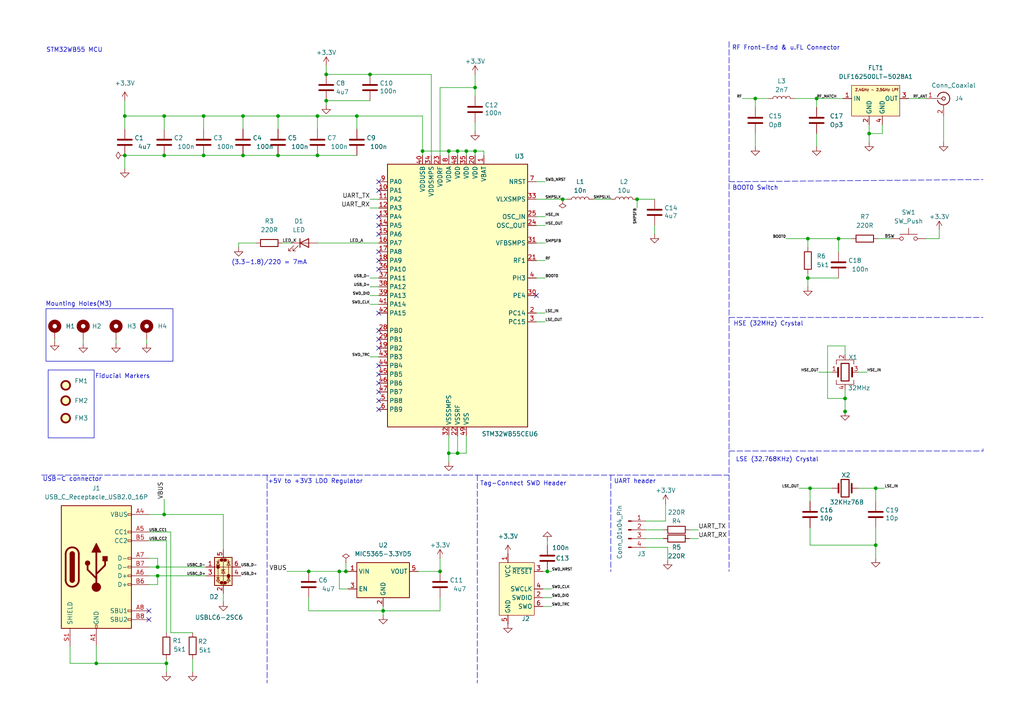
<source format=kicad_sch>
(kicad_sch (version 20250114) (generator "eeschema") (generator_version "9.0")
  (paper "A4")
  (title_block (title "STM32WB Board"))
  (lib_symbols
    (symbol "Connector:Conn_01x04_Pin" (pin_names (offset 1.016) (hide yes))
      (property "Reference" "J" (at 0 5.08 0))
      (property "Value" "Conn_01x04_Pin" (at 0 -7.62 0))
      (symbol "Conn_01x04_Pin_1_1"
        (pin passive line (at 5.08 2.54 180) (length 3.81) (name "Pin_1") (number "1"))
        (pin passive line (at 5.08 0 180) (length 3.81) (name "Pin_2") (number "2"))
        (pin passive line (at 5.08 -2.54 180) (length 3.81) (name "Pin_3") (number "3"))
        (pin passive line (at 5.08 -5.08 180) (length 3.81) (name "Pin_4") (number "4"))
      )
    )
    (symbol "Connector:Conn_ARM_SWD_TagConnect_TC2030" (in_bom no)
      (property "Reference" "J" (at 2.54 11.43 0))
      (property "Value" "Conn_ARM_SWD_TagConnect_TC2030" (at 5.08 8.89 0))
      (symbol "Conn_ARM_SWD_TagConnect_TC2030_0_0"
        (pin power_in line (at -2.54 10.16 270) (length 2.54) (name "VCC") (number "1"))
        (pin power_in line (at -2.54 -10.16 90) (length 2.54) (name "GND") (number "5"))
        (pin open_collector line (at 7.62 5.08 180) (length 2.54) (name "~{RESET}") (number "3"))
        (pin output line (at 7.62 0 180) (length 2.54) (name "SWCLK") (number "4"))
        (pin bidirectional line (at 7.62 -2.54 180) (length 2.54) (name "SWDIO") (number "2"))
        (pin input line (at 7.62 -5.08 180) (length 2.54) (name "SWO") (number "6"))
      )
    )
    (symbol "Connector:Conn_Coaxial" (pin_names (offset 1.016) (hide yes))
      (property "Reference" "J" (at 0.254 3.048 0))
      (property "Value" "Conn_Coaxial" (at 2.921 0 90))
      (symbol "Conn_Coaxial_1_1"
        (pin passive line (at -5.08 0 0) (length 2.54) (name "In") (number "1"))
        (pin passive line (at 0 -5.08 90) (length 2.54) (name "Ext") (number "2"))
      )
    )
    (symbol "Connector:USB_C_Receptacle_USB2.0_16P" (pin_names (offset 1.016))
      (property "Reference" "J" (at 0 22.225 0))
      (property "Value" "USB_C_Receptacle_USB2.0_16P" (at 0 19.685 0))
      (symbol "USB_C_Receptacle_USB2.0_16P_1_1"
        (pin passive line (at -7.62 -22.86 90) (length 5.08) (name "SHIELD") (number "S1"))
        (pin passive line (at 0 -22.86 90) (length 5.08) (name "GND") (number "A1"))
        (pin passive line (at 0 -22.86 90) (length 5.08) (hide yes) (name "GND") (number "A12"))
        (pin passive line (at 0 -22.86 90) (length 5.08) (hide yes) (name "GND") (number "B1"))
        (pin passive line (at 0 -22.86 90) (length 5.08) (hide yes) (name "GND") (number "B12"))
        (pin passive line (at 15.24 15.24 180) (length 5.08) (name "VBUS") (number "A4"))
        (pin passive line (at 15.24 15.24 180) (length 5.08) (hide yes) (name "VBUS") (number "A9"))
        (pin passive line (at 15.24 15.24 180) (length 5.08) (hide yes) (name "VBUS") (number "B4"))
        (pin passive line (at 15.24 15.24 180) (length 5.08) (hide yes) (name "VBUS") (number "B9"))
        (pin bidirectional line (at 15.24 10.16 180) (length 5.08) (name "CC1") (number "A5"))
        (pin bidirectional line (at 15.24 7.62 180) (length 5.08) (name "CC2") (number "B5"))
        (pin bidirectional line (at 15.24 2.54 180) (length 5.08) (name "D-") (number "A7"))
        (pin bidirectional line (at 15.24 0 180) (length 5.08) (name "D-") (number "B7"))
        (pin bidirectional line (at 15.24 -2.54 180) (length 5.08) (name "D+") (number "A6"))
        (pin bidirectional line (at 15.24 -5.08 180) (length 5.08) (name "D+") (number "B6"))
        (pin bidirectional line (at 15.24 -12.7 180) (length 5.08) (name "SBU1") (number "A8"))
        (pin bidirectional line (at 15.24 -15.24 180) (length 5.08) (name "SBU2") (number "B8"))
      )
    )
    (symbol "Device:C" (pin_numbers (hide yes)) (pin_names (offset 0.254))
      (property "Reference" "C" (at 0.635 2.54 0))
      (property "Value" "C" (at 0.635 -2.54 0))
      (symbol "C_1_1"
        (pin passive line (at 0 3.81 270) (length 2.794) (name "~") (number "1"))
        (pin passive line (at 0 -3.81 90) (length 2.794) (name "~") (number "2"))
      )
    )
    (symbol "Device:Crystal" (pin_numbers (hide yes)) (pin_names (offset 1.016) (hide yes))
      (property "Reference" "Y" (at 0 3.81 0))
      (property "Value" "Crystal" (at 0 -3.81 0))
      (symbol "Crystal_1_1"
        (pin passive line (at -3.81 0 0) (length 1.27) (name "1") (number "1"))
        (pin passive line (at 3.81 0 180) (length 1.27) (name "2") (number "2"))
      )
    )
    (symbol "Device:Crystal_GND24" (pin_names (offset 1.016) (hide yes))
      (property "Reference" "Y" (at 3.175 5.08 0))
      (property "Value" "Crystal_GND24" (at 3.175 3.175 0))
      (symbol "Crystal_GND24_1_1"
        (pin passive line (at -3.81 0 0) (length 1.27) (name "1") (number "1"))
        (pin passive line (at 0 5.08 270) (length 1.27) (name "2") (number "2"))
        (pin passive line (at 0 -5.08 90) (length 1.27) (name "4") (number "4"))
        (pin passive line (at 3.81 0 180) (length 1.27) (name "3") (number "3"))
      )
    )
    (symbol "Device:L" (pin_numbers (hide yes)) (pin_names (offset 1.016) (hide yes))
      (property "Reference" "L" (at -1.27 0 90))
      (property "Value" "L" (at 1.905 0 90))
      (symbol "L_1_1"
        (pin passive line (at 0 3.81 270) (length 1.27) (name "1") (number "1"))
        (pin passive line (at 0 -3.81 90) (length 1.27) (name "2") (number "2"))
      )
    )
    (symbol "Device:LED" (pin_numbers (hide yes)) (pin_names (offset 1.016) (hide yes))
      (property "Reference" "D" (at 0 2.54 0))
      (property "Value" "LED" (at 0 -2.54 0))
      (symbol "LED_1_1"
        (pin passive line (at -3.81 0 0) (length 2.54) (name "K") (number "1"))
        (pin passive line (at 3.81 0 180) (length 2.54) (name "A") (number "2"))
      )
    )
    (symbol "Device:R" (pin_numbers (hide yes)) (pin_names (offset 0))
      (property "Reference" "R" (at 2.032 0 90))
      (property "Value" "R" (at 0 0 90))
      (symbol "R_1_1"
        (pin passive line (at 0 3.81 270) (length 1.27) (name "~") (number "1"))
        (pin passive line (at 0 -3.81 90) (length 1.27) (name "~") (number "2"))
      )
    )
    (symbol "MCU_ST_STM32WB:STM32WB55CEUx"
      (property "Reference" "U" (at -20.32 39.37 0))
      (property "Value" "STM32WB55CEUx" (at 12.7 39.37 0))
      (symbol "STM32WB55CEUx_1_1"
        (pin input line (at -22.86 33.02 0) (length 2.54) (name "NRST") (number "7"))
        (pin power_in line (at -22.86 27.94 0) (length 2.54) (name "VLXSMPS") (number "33"))
        (pin input line (at -22.86 22.86 0) (length 2.54) (name "OSC_IN") (number "25"))
        (pin input line (at -22.86 20.32 0) (length 2.54) (name "OSC_OUT") (number "24"))
        (pin input line (at -22.86 15.24 0) (length 2.54) (name "VFBSMPS") (number "31"))
        (pin bidirectional line (at -22.86 10.16 0) (length 2.54) (name "RF1") (number "21"))
        (pin bidirectional line (at -22.86 5.08 0) (length 2.54) (name "PH3") (number "4"))
        (pin bidirectional line (at -22.86 0 0) (length 2.54) (name "PE4") (number "30"))
        (pin bidirectional line (at -22.86 -5.08 0) (length 2.54) (name "PC14") (number "2"))
        (pin bidirectional line (at -22.86 -7.62 0) (length 2.54) (name "PC15") (number "3"))
        (pin no_connect line (at -20.32 -35.56 0) (length 2.54) (hide yes) (name "AT1") (number "27"))
        (pin no_connect line (at -20.32 -38.1 0) (length 2.54) (hide yes) (name "AT0") (number "26"))
        (pin power_in line (at -7.62 40.64 270) (length 2.54) (name "VBAT") (number "1"))
        (pin power_in line (at -5.08 40.64 270) (length 2.54) (name "VDD") (number "20"))
        (pin power_in line (at -2.54 40.64 270) (length 2.54) (name "VDD") (number "35"))
        (pin power_in line (at -2.54 -40.64 90) (length 2.54) (name "VSS") (number "49"))
        (pin power_in line (at 0 40.64 270) (length 2.54) (name "VDD") (number "48"))
        (pin power_in line (at 0 -40.64 90) (length 2.54) (name "VSSRF") (number "22"))
        (pin power_in line (at 2.54 40.64 270) (length 2.54) (name "VDDA") (number "8"))
        (pin power_in line (at 2.54 -40.64 90) (length 2.54) (name "VSSSMPS") (number "32"))
        (pin power_in line (at 5.08 40.64 270) (length 2.54) (name "VDDRF") (number "23"))
        (pin power_in line (at 7.62 40.64 270) (length 2.54) (name "VDDSMPS") (number "34"))
        (pin power_in line (at 10.16 40.64 270) (length 2.54) (name "VDDUSB") (number "40"))
        (pin bidirectional line (at 22.86 33.02 180) (length 2.54) (name "PA0") (number "9"))
        (pin bidirectional line (at 22.86 30.48 180) (length 2.54) (name "PA1") (number "10"))
        (pin bidirectional line (at 22.86 27.94 180) (length 2.54) (name "PA2") (number "11"))
        (pin bidirectional line (at 22.86 25.4 180) (length 2.54) (name "PA3") (number "12"))
        (pin bidirectional line (at 22.86 22.86 180) (length 2.54) (name "PA4") (number "13"))
        (pin bidirectional line (at 22.86 20.32 180) (length 2.54) (name "PA5") (number "14"))
        (pin bidirectional line (at 22.86 17.78 180) (length 2.54) (name "PA6") (number "15"))
        (pin bidirectional line (at 22.86 15.24 180) (length 2.54) (name "PA7") (number "16"))
        (pin bidirectional line (at 22.86 12.7 180) (length 2.54) (name "PA8") (number "17"))
        (pin bidirectional line (at 22.86 10.16 180) (length 2.54) (name "PA9") (number "18"))
        (pin bidirectional line (at 22.86 7.62 180) (length 2.54) (name "PA10") (number "36"))
        (pin bidirectional line (at 22.86 5.08 180) (length 2.54) (name "PA11") (number "37"))
        (pin bidirectional line (at 22.86 2.54 180) (length 2.54) (name "PA12") (number "38"))
        (pin bidirectional line (at 22.86 0 180) (length 2.54) (name "PA13") (number "39"))
        (pin bidirectional line (at 22.86 -2.54 180) (length 2.54) (name "PA14") (number "41"))
        (pin bidirectional line (at 22.86 -5.08 180) (length 2.54) (name "PA15") (number "42"))
        (pin bidirectional line (at 22.86 -10.16 180) (length 2.54) (name "PB0") (number "28"))
        (pin bidirectional line (at 22.86 -12.7 180) (length 2.54) (name "PB1") (number "29"))
        (pin bidirectional line (at 22.86 -15.24 180) (length 2.54) (name "PB2") (number "19"))
        (pin bidirectional line (at 22.86 -17.78 180) (length 2.54) (name "PB3") (number "43"))
        (pin bidirectional line (at 22.86 -20.32 180) (length 2.54) (name "PB4") (number "44"))
        (pin bidirectional line (at 22.86 -22.86 180) (length 2.54) (name "PB5") (number "45"))
        (pin bidirectional line (at 22.86 -25.4 180) (length 2.54) (name "PB6") (number "46"))
        (pin bidirectional line (at 22.86 -27.94 180) (length 2.54) (name "PB7") (number "47"))
        (pin bidirectional line (at 22.86 -30.48 180) (length 2.54) (name "PB8") (number "5"))
        (pin bidirectional line (at 22.86 -33.02 180) (length 2.54) (name "PB9") (number "6"))
      )
    )
    (symbol "Mechanical:Fiducial" (in_bom no)
      (property "Reference" "FID" (at 0 5.08 0))
      (property "Value" "Fiducial" (at 0 3.175 0))
    )
    (symbol "Mechanical:MountingHole_Pad" (pin_numbers (hide yes)) (pin_names (offset 1.016) (hide yes)) (in_bom no)
      (property "Reference" "H" (at 0 6.35 0))
      (property "Value" "MountingHole_Pad" (at 0 4.445 0))
      (symbol "MountingHole_Pad_1_1"
        (pin input line (at 0 -2.54 90) (length 2.54) (name "1") (number "1"))
      )
    )
    (symbol "Power_Protection:USBLC6-2SC6" (pin_names (hide yes))
      (property "Reference" "U" (at 0.635 5.715 0))
      (property "Value" "USBLC6-2SC6" (at 0.635 3.81 0))
      (symbol "USBLC6-2SC6_1_1"
        (pin passive line (at -5.08 0 0) (length 2.54) (name "I/O1") (number "1"))
        (pin passive line (at -5.08 -2.54 0) (length 2.54) (name "I/O2") (number "3"))
        (pin passive line (at 0 5.08 270) (length 2.54) (name "VBUS") (number "5"))
        (pin passive line (at 0 -7.62 90) (length 2.54) (name "GND") (number "2"))
        (pin passive line (at 5.08 0 180) (length 2.54) (name "I/O1") (number "6"))
        (pin passive line (at 5.08 -2.54 180) (length 2.54) (name "I/O2") (number "4"))
      )
    )
    (symbol "Regulator_Linear:MIC5365-3.3YD5"
      (property "Reference" "U" (at -7.62 6.35 0))
      (property "Value" "MIC5365-3.3YD5" (at 0 6.35 0))
      (symbol "MIC5365-3.3YD5_1_1"
        (pin power_in line (at -10.16 2.54 0) (length 2.54) (name "VIN") (number "1"))
        (pin input line (at -10.16 -2.54 0) (length 2.54) (name "EN") (number "3"))
        (pin power_in line (at 0 -7.62 90) (length 2.54) (name "GND") (number "2"))
        (pin no_connect line (at 7.62 -2.54 180) (length 2.54) (hide yes) (name "NC") (number "4"))
        (pin power_out line (at 10.16 2.54 180) (length 2.54) (name "VOUT") (number "5"))
      )
    )
    (symbol "Switch:SW_Push" (pin_numbers (hide yes)) (pin_names (offset 1.016) (hide yes))
      (property "Reference" "SW" (at 1.27 2.54 0))
      (property "Value" "SW_Push" (at 0 -1.524 0))
      (symbol "SW_Push_0_1"
        (pin passive line (at -5.08 0 0) (length 2.54) (name "1") (number "1"))
        (pin passive line (at 5.08 0 180) (length 2.54) (name "2") (number "2"))
      )
    )
    (symbol "bluetoothLib:DLF162500LT-5028A1"
      (property "Reference" "FLT" (at 0.508 3.81 0))
      (property "Value" "DLF162500LT-5028A1" (at 0 0 0))
      (property "Footprint" "stm32withBluetoothFootprint:DLF162500LT-5028A1" (at 0 0 0))
      (symbol "DLF162500LT-5028A1_1_0"
        (pin passive line (at -8.89 -1.27 0) (length 2.54) (name "IN") (number "1"))
        (pin passive line (at -1.27 -8.89 90) (length 2.54) (name "GND") (number "2"))
        (pin passive line (at 2.54 -8.89 90) (length 2.54) (name "GND") (number "4"))
        (pin passive line (at 10.16 -1.27 180) (length 2.54) (name "OUT") (number "3"))
      )
      (symbol "DLF162500LT-5028A1_1_1"
        (text "2.4GHz - 2.5GHz LPF" (at 1.016 1.27 0) (effects (font (size 0.762 0.762))))
      )
    )
    (symbol "power:+3.3V" (power) (pin_numbers (hide yes)) (pin_names (offset 0) (hide yes))
      (property "Value" "+3.3V" (at 0 3.556 0))
      (symbol "+3.3V_1_1"
        (pin power_in line (at 0 0 90) (length 0) (name "~") (number "1"))
      )
    )
    (symbol "power:GND" (power) (pin_numbers (hide yes)) (pin_names (offset 0) (hide yes))
      (property "Value" "GND" (at 0 -3.81 0))
      (symbol "GND_1_1"
        (pin power_in line (at 0 0 270) (length 0) (name "~") (number "1"))
      )
    )
    (symbol "power:PWR_FLAG" (power) (pin_numbers (hide yes)) (pin_names (offset 0) (hide yes))
      (property "Value" "PWR_FLAG" (at 0 3.81 0))
      (symbol "PWR_FLAG_0_0"
        (pin power_out line (at 0 0 90) (length 0) (name "~") (number "1"))
      )
    )
  )
  (rectangle (start 13.97 107.315) (end 27.305 127))
  (rectangle (start 13.335 89.535) (end 50.165 104.775))
  (text "Mounting Holes(M3)" (at 22.86 88.265 0) (effects (font (size 1.27 1.27))))
  (text "+5V to +3V3 LDO Regulator\n" (at 91.44 139.7 0) (effects (font (size 1.27 1.27))))
  (text "STM32WB55 MCU" (at 21.59 14.605 0) (effects (font (size 1.27 1.27))))
  (text "UART header" (at 184.15 139.7 0) (effects (font (size 1.27 1.27))))
  (text "(3.3-1.8)/220 = 7mA" (at 78.105 76.2 0) (effects (font (size 1.27 1.27))))
  (text "RF Front-End & u.FL Connector" (at 227.965 13.97 0) (effects (font (size 1.27 1.27))))
  (text "LSE (32.768KHz) Crystal" (at 225.425 133.35 0) (effects (font (size 1.27 1.27))))
  (text "Tag-Connect SWD Header" (at 151.765 140.335 0) (effects (font (size 1.27 1.27))))
  (text "USB-C connector" (at 20.955 139.065 0) (effects (font (size 1.27 1.27))))
  (text "BOOT0 Switch" (at 219.075 54.61 0) (effects (font (size 1.27 1.27))))
  (text "Fiducial Markers" (at 35.56 109.22 0) (effects (font (size 1.27 1.27))))
  (text "HSE (32MHz) Crystal" (at 222.885 93.98 0) (effects (font (size 1.27 1.27))))
  (junction (at 243.205 69.215))
  (junction (at 158.75 165.735))
  (junction (at 47.625 33.655))
  (junction (at 132.715 131.445))
  (junction (at 103.505 33.655))
  (junction (at 80.645 45.085))
  (junction (at 219.075 28.575))
  (junction (at 111.125 177.165))
  (junction (at 254 141.605))
  (junction (at 98.425 165.735))
  (junction (at 92.075 33.655))
  (junction (at 89.535 165.735))
  (junction (at 234.315 69.215))
  (junction (at 70.485 45.085))
  (junction (at 254 158.115))
  (junction (at 245.11 119.3557))
  (junction (at 130.175 43.815))
  (junction (at 236.855 28.575))
  (junction (at 45.72 164.465))
  (junction (at 59.055 33.655))
  (junction (at 94.615 21.59))
  (junction (at 70.485 33.655))
  (junction (at 130.175 131.445))
  (junction (at 127.635 165.735))
  (junction (at 47.625 149.225))
  (junction (at 245.11 115.57))
  (junction (at 137.795 25.4))
  (junction (at 132.715 43.815))
  (junction (at 47.625 45.085))
  (junction (at 107.315 21.59))
  (junction (at 184.785 57.785))
  (junction (at 135.255 43.815))
  (junction (at 36.195 45.085))
  (junction (at 100.33 165.735))
  (junction (at 45.72 167.005))
  (junction (at 80.645 33.655))
  (junction (at 27.94 192.405))
  (junction (at 92.075 45.085))
  (junction (at 94.615 29.21))
  (junction (at 234.95 141.605))
  (junction (at 59.055 45.085))
  (junction (at 122.555 43.815))
  (junction (at 48.26 192.405))
  (junction (at 252.095 38.735))
  (junction (at 163.195 57.785))
  (junction (at 137.795 43.815))
  (junction (at 36.195 33.655))
  (junction (at 234.315 80.645))
  (no_connect (at 109.855 55.245))
  (no_connect (at 109.855 116.205))
  (no_connect (at 155.575 85.725))
  (no_connect (at 109.855 106.045))
  (no_connect (at 109.855 52.705))
  (no_connect (at 109.855 100.965))
  (no_connect (at 109.855 62.865))
  (no_connect (at 109.855 98.425))
  (no_connect (at 43.18 177.165))
  (no_connect (at 109.855 90.805))
  (no_connect (at 109.855 78.105))
  (no_connect (at 109.855 111.125))
  (no_connect (at 109.855 67.945))
  (no_connect (at 109.855 65.405))
  (no_connect (at 109.855 75.565))
  (no_connect (at 109.855 118.745))
  (no_connect (at 109.855 95.885))
  (no_connect (at 109.855 108.585))
  (no_connect (at 109.855 113.665))
  (no_connect (at 109.855 73.025))
  (no_connect (at 43.18 179.705))
  (wire (pts (xy 80.645 45.085) (xy 92.075 45.085)))
  (wire (pts (xy 155.575 75.565) (xy 158.115 75.565)))
  (wire (pts (xy 231.775 141.605) (xy 234.95 141.605)))
  (wire (pts (xy 70.485 33.655) (xy 70.485 37.465)))
  (wire (pts (xy 160.02 170.815) (xy 157.48 170.815)))
  (wire (pts (xy 236.855 31.115) (xy 236.855 28.575)))
  (wire (pts (xy 135.255 126.365) (xy 135.255 131.445)))
  (polyline (pts (xy 138.43 137.795) (xy 138.43 198.12)) (stroke (width 0) (type dash)))
  (wire (pts (xy 132.715 43.815) (xy 135.255 43.815)))
  (wire (pts (xy 107.315 80.645) (xy 109.855 80.645)))
  (wire (pts (xy 47.625 149.225) (xy 64.77 149.225)))
  (wire (pts (xy 187.325 153.67) (xy 192.405 153.67)))
  (wire (pts (xy 80.645 33.655) (xy 92.075 33.655)))
  (wire (pts (xy 243.205 69.215) (xy 243.205 73.025)))
  (wire (pts (xy 160.02 165.735) (xy 158.75 165.735)))
  (wire (pts (xy 187.325 158.75) (xy 193.675 158.75)))
  (wire (pts (xy 236.855 28.575) (xy 230.505 28.575)))
  (wire (pts (xy 155.575 93.345) (xy 158.115 93.345)))
  (wire (pts (xy 94.615 21.59) (xy 107.315 21.59)))
  (wire (pts (xy 122.555 33.655) (xy 122.555 43.815)))
  (polyline (pts (xy 177.165 137.795) (xy 177.165 165.735)) (stroke (width 0) (type dash)))
  (wire (pts (xy 64.77 172.085) (xy 64.77 174.625)))
  (wire (pts (xy 254.635 69.215) (xy 258.445 69.215)))
  (wire (pts (xy 107.315 21.59) (xy 125.095 21.59)))
  (wire (pts (xy 107.315 88.265) (xy 109.855 88.265)))
  (wire (pts (xy 92.075 45.085) (xy 103.505 45.085)))
  (wire (pts (xy 227.965 69.215) (xy 234.315 69.215)))
  (wire (pts (xy 107.315 60.325) (xy 109.855 60.325)))
  (wire (pts (xy 43.18 156.845) (xy 48.26 156.845)))
  (wire (pts (xy 234.315 80.645) (xy 234.315 83.185)))
  (wire (pts (xy 27.94 187.325) (xy 27.94 192.405)))
  (wire (pts (xy 36.195 29.21) (xy 36.195 33.655)))
  (wire (pts (xy 70.485 45.085) (xy 80.645 45.085)))
  (wire (pts (xy 70.485 33.655) (xy 80.645 33.655)))
  (wire (pts (xy 111.125 178.435) (xy 111.125 177.165)))
  (wire (pts (xy 237.49 107.95) (xy 241.3 107.95)))
  (wire (pts (xy 234.95 141.605) (xy 234.95 145.415)))
  (wire (pts (xy 202.565 153.67) (xy 200.025 153.67)))
  (wire (pts (xy 125.095 45.085) (xy 125.095 21.59)))
  (wire (pts (xy 43.18 154.305) (xy 49.53 154.305)))
  (wire (pts (xy 59.055 45.085) (xy 70.485 45.085)))
  (wire (pts (xy 202.565 156.21) (xy 200.025 156.21)))
  (wire (pts (xy 158.75 158.115) (xy 158.75 156.845)))
  (wire (pts (xy 248.92 141.605) (xy 254 141.605)))
  (wire (pts (xy 272.415 66.675) (xy 272.415 69.215)))
  (wire (pts (xy 43.18 161.925) (xy 45.72 161.925)))
  (wire (pts (xy 49.53 154.305) (xy 49.53 183.515)))
  (wire (pts (xy 43.18 149.225) (xy 47.625 149.225)))
  (wire (pts (xy 127.635 161.925) (xy 127.635 165.735)))
  (wire (pts (xy 234.315 69.215) (xy 234.315 71.755)))
  (wire (pts (xy 263.525 28.575) (xy 268.605 28.575)))
  (wire (pts (xy 43.18 167.005) (xy 45.72 167.005)))
  (wire (pts (xy 254 158.115) (xy 254 153.035)))
  (wire (pts (xy 234.315 69.215) (xy 243.205 69.215)))
  (wire (pts (xy 92.075 70.485) (xy 109.855 70.485)))
  (wire (pts (xy 94.615 29.21) (xy 107.315 29.21)))
  (wire (pts (xy 240.03 115.57) (xy 245.11 115.57)))
  (wire (pts (xy 55.88 191.135) (xy 55.88 194.945)))
  (wire (pts (xy 132.715 45.085) (xy 132.715 43.815)))
  (wire (pts (xy 92.075 33.655) (xy 103.505 33.655)))
  (wire (pts (xy 234.95 153.035) (xy 234.95 158.115)))
  (wire (pts (xy 137.795 25.4) (xy 137.795 27.94)))
  (wire (pts (xy 100.965 170.815) (xy 98.425 170.815)))
  (wire (pts (xy 158.115 70.485) (xy 155.575 70.485)))
  (wire (pts (xy 100.33 165.735) (xy 100.965 165.735)))
  (wire (pts (xy 234.315 80.645) (xy 243.205 80.645)))
  (wire (pts (xy 234.95 158.115) (xy 254 158.115)))
  (wire (pts (xy 245.11 115.57) (xy 245.11 119.3557)))
  (wire (pts (xy 135.255 43.815) (xy 137.795 43.815)))
  (wire (pts (xy 69.215 70.485) (xy 74.295 70.485)))
  (wire (pts (xy 158.115 65.405) (xy 155.575 65.405)))
  (polyline (pts (xy 211.455 92.075) (xy 285.115 92.075)) (stroke (width 0) (type dash)))
  (wire (pts (xy 43.18 169.545) (xy 45.72 169.545)))
  (wire (pts (xy 132.715 131.445) (xy 135.255 131.445)))
  (wire (pts (xy 255.905 36.195) (xy 255.905 38.735)))
  (wire (pts (xy 245.11 119.3557) (xy 245.11 119.38)))
  (wire (pts (xy 137.795 43.815) (xy 140.335 43.815)))
  (wire (pts (xy 163.195 57.785) (xy 164.465 57.785)))
  (wire (pts (xy 89.535 173.355) (xy 89.535 177.165)))
  (wire (pts (xy 193.04 151.13) (xy 193.04 146.05)))
  (wire (pts (xy 219.075 28.575) (xy 219.075 31.115)))
  (wire (pts (xy 43.18 164.465) (xy 45.72 164.465)))
  (wire (pts (xy 184.785 57.785) (xy 189.865 57.785)))
  (wire (pts (xy 48.26 192.405) (xy 48.26 191.135)))
  (polyline (pts (xy 177.165 165.735) (xy 177.165 165.735)) (stroke (width 0) (type dash)))
  (wire (pts (xy 215.265 28.575) (xy 219.075 28.575)))
  (wire (pts (xy 47.625 45.085) (xy 59.055 45.085)))
  (wire (pts (xy 48.26 156.845) (xy 48.26 183.515)))
  (polyline (pts (xy 12.065 137.795) (xy 207.645 137.795)) (stroke (width 0) (type dash)))
  (wire (pts (xy 127.635 173.355) (xy 127.635 177.165)))
  (wire (pts (xy 92.075 33.655) (xy 92.075 37.465)))
  (wire (pts (xy 130.175 131.445) (xy 130.175 133.985)))
  (wire (pts (xy 47.625 144.78) (xy 47.625 149.225)))
  (wire (pts (xy 256.54 141.605) (xy 254 141.605)))
  (wire (pts (xy 187.325 151.13) (xy 193.04 151.13)))
  (wire (pts (xy 127.635 25.4) (xy 137.795 25.4)))
  (wire (pts (xy 127.635 45.085) (xy 127.635 25.4)))
  (wire (pts (xy 94.615 30.48) (xy 94.615 29.21)))
  (wire (pts (xy 130.175 131.445) (xy 132.715 131.445)))
  (wire (pts (xy 103.505 33.655) (xy 103.505 37.465)))
  (wire (pts (xy 135.255 45.085) (xy 135.255 43.815)))
  (wire (pts (xy 47.625 33.655) (xy 36.195 33.655)))
  (wire (pts (xy 48.26 194.945) (xy 48.26 192.405)))
  (wire (pts (xy 27.94 192.405) (xy 48.26 192.405)))
  (wire (pts (xy 59.055 33.655) (xy 47.625 33.655)))
  (wire (pts (xy 222.885 28.575) (xy 219.075 28.575)))
  (wire (pts (xy 245.11 100.33) (xy 240.03 100.33)))
  (wire (pts (xy 273.685 33.655) (xy 273.685 41.275)))
  (wire (pts (xy 47.625 33.655) (xy 47.625 37.465)))
  (wire (pts (xy 140.335 43.815) (xy 140.335 45.085)))
  (wire (pts (xy 59.055 33.655) (xy 70.485 33.655)))
  (wire (pts (xy 236.855 38.735) (xy 236.855 42.545)))
  (wire (pts (xy 130.175 43.815) (xy 132.715 43.815)))
  (wire (pts (xy 137.795 35.56) (xy 137.795 38.1)))
  (wire (pts (xy 89.535 165.735) (xy 98.425 165.735)))
  (wire (pts (xy 98.425 170.815) (xy 98.425 165.735)))
  (wire (pts (xy 127.635 177.165) (xy 111.125 177.165)))
  (polyline (pts (xy 77.47 137.795) (xy 77.47 198.12)) (stroke (width 0) (type dash)))
  (wire (pts (xy 245.11 115.57) (xy 245.11 113.03)))
  (wire (pts (xy 20.32 192.405) (xy 27.94 192.405)))
  (wire (pts (xy 255.905 38.735) (xy 252.095 38.735)))
  (wire (pts (xy 94.615 19.05) (xy 94.615 21.59)))
  (wire (pts (xy 240.03 100.33) (xy 240.03 115.57)))
  (wire (pts (xy 234.95 141.605) (xy 241.3 141.605)))
  (wire (pts (xy 107.315 85.725) (xy 109.855 85.725)))
  (wire (pts (xy 111.125 177.165) (xy 111.125 175.895)))
  (wire (pts (xy 193.675 158.75) (xy 193.675 162.56)))
  (wire (pts (xy 158.115 62.865) (xy 155.575 62.865)))
  (polyline (pts (xy 211.455 130.81) (xy 285.115 130.81)) (stroke (width 0) (type dash)))
  (wire (pts (xy 122.555 45.085) (xy 122.555 43.815)))
  (wire (pts (xy 15.875 99.06) (xy 15.875 98.425)))
  (wire (pts (xy 130.175 131.445) (xy 130.175 126.365)))
  (wire (pts (xy 64.77 149.225) (xy 64.77 159.385)))
  (wire (pts (xy 107.315 57.785) (xy 109.855 57.785)))
  (wire (pts (xy 219.075 38.735) (xy 219.075 42.545)))
  (wire (pts (xy 137.795 21.59) (xy 137.795 25.4)))
  (wire (pts (xy 251.46 107.95) (xy 248.92 107.95)))
  (wire (pts (xy 132.715 126.365) (xy 132.715 131.445)))
  (polyline (pts (xy 207.645 137.795) (xy 211.455 137.795)) (stroke (width 0) (type dash)))
  (wire (pts (xy 268.605 69.215) (xy 272.415 69.215)))
  (wire (pts (xy 45.72 169.545) (xy 45.72 167.005)))
  (polyline (pts (xy 211.455 52.705) (xy 285.115 52.07)) (stroke (width 0) (type dash)))
  (wire (pts (xy 155.575 90.805) (xy 158.115 90.805)))
  (polyline (pts (xy 285.115 130.175) (xy 285.115 130.81)) (stroke (width 0) (type dash)))
  (wire (pts (xy 36.195 33.655) (xy 36.195 37.465)))
  (wire (pts (xy 98.425 165.735) (xy 100.33 165.735)))
  (wire (pts (xy 20.32 187.325) (xy 20.32 192.405)))
  (wire (pts (xy 33.655 99.695) (xy 33.655 98.425)))
  (wire (pts (xy 157.48 175.895) (xy 160.02 175.895)))
  (wire (pts (xy 245.11 102.87) (xy 245.11 100.33)))
  (wire (pts (xy 107.315 83.185) (xy 109.855 83.185)))
  (wire (pts (xy 184.785 57.785) (xy 184.785 60.325)))
  (wire (pts (xy 45.72 164.465) (xy 59.69 164.465)))
  (wire (pts (xy 100.33 163.195) (xy 100.33 165.735)))
  (wire (pts (xy 155.575 57.785) (xy 163.195 57.785)))
  (wire (pts (xy 83.185 165.735) (xy 89.535 165.735)))
  (wire (pts (xy 254 141.605) (xy 254 145.415)))
  (wire (pts (xy 69.215 71.755) (xy 69.215 70.485)))
  (wire (pts (xy 158.115 52.705) (xy 155.575 52.705)))
  (wire (pts (xy 81.915 70.485) (xy 84.455 70.485)))
  (wire (pts (xy 80.645 37.465) (xy 80.645 33.655)))
  (wire (pts (xy 122.555 43.815) (xy 130.175 43.815)))
  (wire (pts (xy 158.115 80.645) (xy 155.575 80.645)))
  (wire (pts (xy 234.315 79.375) (xy 234.315 80.645)))
  (wire (pts (xy 49.53 183.515) (xy 55.88 183.515)))
  (wire (pts (xy 89.535 177.165) (xy 111.125 177.165)))
  (wire (pts (xy 172.085 57.785) (xy 177.165 57.785)))
  (wire (pts (xy 137.795 45.085) (xy 137.795 43.815)))
  (wire (pts (xy 158.75 165.735) (xy 157.48 165.735)))
  (wire (pts (xy 36.195 45.085) (xy 47.625 45.085)))
  (wire (pts (xy 252.095 38.735) (xy 252.095 41.275)))
  (wire (pts (xy 122.555 33.655) (xy 103.505 33.655)))
  (wire (pts (xy 236.855 28.575) (xy 244.475 28.575)))
  (wire (pts (xy 130.175 45.085) (xy 130.175 43.815)))
  (wire (pts (xy 59.055 33.655) (xy 59.055 37.465)))
  (wire (pts (xy 107.315 103.505) (xy 109.855 103.505)))
  (wire (pts (xy 254 158.115) (xy 254 161.925)))
  (polyline (pts (xy 211.455 12.065) (xy 211.455 165.735)) (stroke (width 0) (type dash)))
  (wire (pts (xy 42.545 99.695) (xy 42.545 98.425)))
  (wire (pts (xy 45.72 161.925) (xy 45.72 164.465)))
  (wire (pts (xy 121.285 165.735) (xy 127.635 165.735)))
  (wire (pts (xy 24.13 99.695) (xy 24.13 98.425)))
  (wire (pts (xy 36.195 48.895) (xy 36.195 45.085)))
  (wire (pts (xy 243.205 69.215) (xy 247.015 69.215)))
  (wire (pts (xy 45.72 167.005) (xy 59.69 167.005)))
  (wire (pts (xy 187.325 156.21) (xy 192.405 156.21)))
  (wire (pts (xy 160.02 173.355) (xy 157.48 173.355)))
  (wire (pts (xy 189.865 65.405) (xy 189.865 67.945)))
  (wire (pts (xy 252.095 36.195) (xy 252.095 38.735)))
  (label "SMPSLX" (at 158.115 57.785 0) (effects (font (size 0.762 0.762))))
  (label "LSE_OUT" (at 158.115 93.345 0) (effects (font (size 0.762 0.762))))
  (label "LSE_IN" (at 256.54 141.605 0) (effects (font (size 0.762 0.762))))
  (label "UART_RX" (at 107.315 60.325 180))
  (label "USB_D-" (at 107.315 80.645 180) (effects (font (size 0.762 0.762))))
  (label "RF_ANT" (at 264.795 28.575 0) (effects (font (size 0.762 0.762))))
  (label "USBC_D-" (at 59.69 164.465 180) (effects (font (size 0.762 0.762))))
  (label "BSW" (at 256.54 69.215 0) (effects (font (size 0.889 0.889))))
  (label "HSE_IN" (at 158.115 62.865 0) (effects (font (size 0.762 0.762))))
  (label "USB_D-" (at 69.85 164.465 0) (effects (font (size 0.762 0.762))))
  (label "LED_K" (at 81.915 70.485 0) (effects (font (size 0.889 0.889))))
  (label "SWD_NRST" (at 158.115 52.705 0) (effects (font (size 0.762 0.762))))
  (label "USB_CC2" (at 43.18 156.845 0) (effects (font (size 0.762 0.762))))
  (label "SWD_NRST" (at 160.02 165.735 0) (effects (font (size 0.762 0.762))))
  (label "HSE_IN" (at 251.46 107.95 0) (effects (font (size 0.762 0.762))))
  (label "VBUS" (at 83.185 165.735 180))
  (label "VBUS" (at 47.625 144.78 90))
  (label "RF" (at 215.265 28.575 180) (effects (font (size 0.762 0.762))))
  (label "SWD_DIO" (at 160.02 173.355 0) (effects (font (size 0.762 0.762))))
  (label "BOOT0" (at 227.965 69.215 180) (effects (font (size 0.762 0.762))))
  (label "LSE_IN" (at 158.115 90.805 0) (effects (font (size 0.762 0.762))))
  (label "SWD_TRC" (at 160.02 175.895 0) (effects (font (size 0.762 0.762))))
  (label "RF_MATCH" (at 236.855 28.575 0) (effects (font (size 0.762 0.762))))
  (label "USBC_D+" (at 59.69 167.005 180) (effects (font (size 0.762 0.762))))
  (label "HSE_OUT" (at 237.49 107.95 180) (effects (font (size 0.762 0.762))))
  (label "UART_TX" (at 107.315 57.785 180))
  (label "SWD_CLK" (at 107.315 88.265 180) (effects (font (size 0.762 0.762))))
  (label "HSE_OUT" (at 158.115 65.405 0) (effects (font (size 0.762 0.762))))
  (label "RF" (at 158.115 75.565 0) (effects (font (size 0.762 0.762))))
  (label "SWD_CLK" (at 160.02 170.815 0) (effects (font (size 0.762 0.762))))
  (label "SMPSLXL" (at 172.085 57.785 0) (effects (font (size 0.762 0.762))))
  (label "LSE_OUT" (at 231.775 141.605 180) (effects (font (size 0.762 0.762))))
  (label "SWD_TRC" (at 107.315 103.505 180) (effects (font (size 0.762 0.762))))
  (label "USB_CC1" (at 43.18 154.305 0) (effects (font (size 0.762 0.762))))
  (label "UART_TX" (at 202.565 153.67 0))
  (label "SMPSFB" (at 184.785 60.325 270) (effects (font (size 0.762 0.762))))
  (label "SMPSFB" (at 158.115 70.485 0) (effects (font (size 0.762 0.762))))
  (label "BOOT0" (at 158.115 80.645 0) (effects (font (size 0.762 0.762))))
  (label "USB_D+" (at 107.315 83.185 180) (effects (font (size 0.762 0.762))))
  (label "UART_RX" (at 202.565 156.21 0))
  (label "SWD_DIO" (at 107.315 85.725 180) (effects (font (size 0.762 0.762))))
  (label "USB_D+" (at 69.85 167.005 0) (effects (font (size 0.762 0.762))))
  (label "LED_A" (at 105.41 70.485 180) (effects (font (size 0.889 0.889))))
  (symbol (lib_id "Device:C") (at 80.645 41.275 0) (unit 1)
    (property "Reference" "C5" (at 83.439 40.005 0) (effects (justify left)))
    (property "Value" "100n" (at 84.455 42.5449 0) (effects (justify left)))
    (property "Footprint" "Capacitor_SMD:C_0402_1005Metric" (effects (hide yes)))
    (property "Description" "Unpolarized capacitor" (effects (hide yes)))
    (property "Manufacturere part number" "04023C104KAT2A" (effects (hide yes)))
  )
  (symbol (lib_id "power:GND") (at 64.77 174.625 0) (unit 1)
    (property "Reference" "#PWR05" (effects (hide yes)))
    (property "Value" "GND" (effects (hide yes)))
    (property "Description" "Power symbol creates a global label with name \"GND\" , ground" (effects (hide yes)))
  )
  (symbol (lib_id "Device:L") (at 180.975 57.785 90) (unit 1)
    (property "Reference" "L2" (at 180.975 52.705 90))
    (property "Value" "10u" (at 180.975 55.245 90))
    (property "Footprint" "Inductor_SMD:L_0805_2012Metric" (effects (hide yes)))
    (property "Description" "Inductor" (effects (hide yes)))
    (property "Manufacturere part number" "LQM21FN100M70L" (effects (hide yes)))
  )
  (symbol (lib_id "power:+3.3V") (at 94.615 19.05 0) (unit 1)
    (property "Reference" "#PWR07" (effects (hide yes)))
    (property "Value" "+3.3V" (at 94.615 15.24 0))
    (property "Description" "Power symbol creates a global label with name \"+3.3V\"" (effects (hide yes)))
  )
  (symbol (lib_id "power:+3.3V") (at 272.415 66.675 0) (unit 1)
    (property "Reference" "#PWR026" (effects (hide yes)))
    (property "Value" "+3.3V" (at 272.415 62.865 0))
    (property "Description" "Power symbol creates a global label with name \"+3.3V\"" (effects (hide yes)))
  )
  (symbol (lib_id "power:GND") (at 236.855 42.545 0) (unit 1)
    (property "Reference" "#PWR022" (effects (hide yes)))
    (property "Value" "GND" (effects (hide yes)))
    (property "Description" "Power symbol creates a global label with name \"GND\" , ground" (effects (hide yes)))
  )
  (symbol (lib_id "power:PWR_FLAG") (at 163.195 57.785 180) (unit 1)
    (property "Reference" "#FLG03" (effects (hide yes)))
    (property "Value" "PWR_FLAG" (effects (hide yes)))
    (property "Description" "Special symbol for telling ERC where power comes from" (effects (hide yes)))
  )
  (symbol (lib_id "Device:C") (at 236.855 34.925 0) (unit 1)
    (property "Reference" "C17" (at 240.665 33.6549 0) (effects (justify left)))
    (property "Value" "Op3" (at 240.665 36.1949 0) (effects (justify left)))
    (property "Footprint" "Capacitor_SMD:C_0402_1005Metric" (effects (hide yes)))
    (property "Description" "Unpolarized capacitor" (effects (hide yes)))
    (property "Manufacturere part number" "GRM1555C1HR30WA01D" (effects (hide yes)))
  )
  (symbol (lib_id "Device:C") (at 219.075 34.925 0) (unit 1)
    (property "Reference" "C15" (at 222.885 33.6549 0) (effects (justify left)))
    (property "Value" "Op8" (at 222.885 36.1949 0) (effects (justify left)))
    (property "Footprint" "Capacitor_SMD:C_0402_1005Metric" (effects (hide yes)))
    (property "Description" "Unpolarized capacitor" (effects (hide yes)))
    (property "Manufacturere part number" "GRM1555C1HR80BA01D" (effects (hide yes)))
  )
  (symbol (lib_id "Connector:USB_C_Receptacle_USB2.0_16P") (at 27.94 164.465 0) (unit 1)
    (property "Reference" "J1" (at 27.94 141.605 0))
    (property "Value" "USB_C_Receptacle_USB2.0_16P" (at 27.94 144.145 0))
    (property "Footprint" "Connector_USB:USB_C_Receptacle_GCT_USB4105-xx-A_16P_TopMnt_Horizontal" (effects (hide yes)))
    (property "Datasheet" "https://www.usb.org/sites/default/files/documents/usb_type-c.zip" (effects (hide yes)))
    (property "Description" "USB 2.0-only 16P Type-C Receptacle connector" (effects (hide yes)))
    (property "Manufacturere part number" "USB4105-GF-A" (effects (hide yes)))
  )
  (symbol (lib_id "Device:R") (at 250.825 69.215 90) (unit 1)
    (property "Reference" "R7" (at 250.825 62.865 90))
    (property "Value" "220R" (at 250.825 65.405 90))
    (property "Footprint" "Resistor_SMD:R_0402_1005Metric" (effects (hide yes)))
    (property "Description" "Resistor" (effects (hide yes)))
    (property "Manufacturere part number" "RC0402FR-07221RL" (effects (hide yes)))
  )
  (symbol (lib_id "Device:C") (at 103.505 41.275 0) (unit 1)
    (property "Reference" "C9" (at 106.299 40.005 0) (effects (justify left)))
    (property "Value" "100n" (at 107.315 42.5449 0) (effects (justify left)))
    (property "Footprint" "Capacitor_SMD:C_0402_1005Metric" (effects (hide yes)))
    (property "Description" "Unpolarized capacitor" (effects (hide yes)))
    (property "Manufacturere part number" "04023C104KAT2A" (effects (hide yes)))
  )
  (symbol (lib_id "Mechanical:MountingHole_Pad") (at 42.545 95.885 0) (unit 1) (in_bom no)
    (property "Reference" "H4" (at 45.72 94.6149 0) (effects (justify left)))
    (property "Value" "MountingHole_Pad" (effects (hide yes)))
    (property "Footprint" "MountingHole:MountingHole_2.2mm_M2_Pad" (effects (hide yes)))
    (property "Description" "Mounting Hole with connection" (effects (hide yes)))
  )
  (symbol (lib_id "Switch:SW_Push") (at 263.525 69.215 0) (unit 1)
    (property "Reference" "SW1" (at 263.525 61.595 0))
    (property "Value" "SW_Push" (at 263.525 64.135 0))
    (property "Footprint" "Button_Switch_SMD:SW_SPST_CK_RS282G05A3" (effects (hide yes)))
    (property "Description" "Push button switch, generic, two pins" (effects (hide yes)))
    (property "Manufacturere part number" "RS282G05A3SMRT" (effects (hide yes)))
  )
  (symbol (lib_id "power:GND") (at 189.865 67.945 0) (unit 1)
    (property "Reference" "#PWR017" (effects (hide yes)))
    (property "Value" "GND" (effects (hide yes)))
    (property "Description" "Power symbol creates a global label with name \"GND\" , ground" (effects (hide yes)))
  )
  (symbol (lib_id "Connector:Conn_ARM_SWD_TagConnect_TC2030") (at 149.86 170.815 0) (unit 1) (in_bom no)
    (property "Reference" "J2" (at 153.67 179.451 0) (effects (justify right)))
    (property "Value" "Conn_ARM_SWD_TagConnect_TC2030" (effects (hide yes)))
    (property "Footprint" "Connector:Tag-Connect_TC2030-IDC-FP_2x03_P1.27mm_Vertical" (effects (hide yes)))
    (property "Datasheet" "https://www.tag-connect.com/wp-content/uploads/bsk-pdf-manager/TC2030-CTX_1.pdf" (effects (hide yes)))
    (property "Description" "Tag-Connect ARM Cortex SWD JTAG connector, 6 pin" (effects (hide yes)))
  )
  (symbol (lib_id "Device:C") (at 70.485 41.275 0) (unit 1)
    (property "Reference" "C4" (at 73.279 40.005 0) (effects (justify left)))
    (property "Value" "100n" (at 74.295 42.5449 0) (effects (justify left)))
    (property "Footprint" "Capacitor_SMD:C_0402_1005Metric" (effects (hide yes)))
    (property "Description" "Unpolarized capacitor" (effects (hide yes)))
    (property "Manufacturere part number" "04023C104KAT2A" (effects (hide yes)))
  )
  (symbol (lib_id "power:GND") (at 252.095 41.275 0) (unit 1)
    (property "Reference" "#PWR024" (effects (hide yes)))
    (property "Value" "GND" (effects (hide yes)))
    (property "Description" "Power symbol creates a global label with name \"GND\" , ground" (effects (hide yes)))
  )
  (symbol (lib_id "Device:C") (at 36.195 41.275 0) (unit 1)
    (property "Reference" "C1" (at 38.989 40.005 0) (effects (justify left)))
    (property "Value" "4u7" (at 40.005 42.5449 0) (effects (justify left)))
    (property "Footprint" "Capacitor_SMD:C_0603_1608Metric" (effects (hide yes)))
    (property "Description" "Unpolarized capacitor" (effects (hide yes)))
    (property "Manufacturere part number" "0603YD475MAT2A" (effects (hide yes)))
  )
  (symbol (lib_id "Device:C") (at 127.635 169.545 0) (unit 1)
    (property "Reference" "C11" (at 130.429 168.275 0) (effects (justify left)))
    (property "Value" "4u7" (at 131.445 170.8149 0) (effects (justify left)))
    (property "Footprint" "Capacitor_SMD:C_0603_1608Metric" (effects (hide yes)))
    (property "Description" "Unpolarized capacitor" (effects (hide yes)))
    (property "Manufacturere part number" "0603YD475MAT2A" (effects (hide yes)))
  )
  (symbol (lib_id "power:GND") (at 94.615 30.48 0) (unit 1)
    (property "Reference" "#PWR08" (effects (hide yes)))
    (property "Value" "GND" (effects (hide yes)))
    (property "Description" "Power symbol creates a global label with name \"GND\" , ground" (effects (hide yes)))
  )
  (symbol (lib_id "Device:R") (at 48.26 187.325 0) (unit 1)
    (property "Reference" "R1" (at 50.038 185.801 0) (effects (justify left)))
    (property "Value" "5k1" (at 50.292 188.341 0) (effects (justify left)))
    (property "Footprint" "Resistor_SMD:R_0402_1005Metric" (effects (hide yes)))
    (property "Description" "Resistor" (effects (hide yes)))
    (property "Manufacturere part number" "RC0603FR-075K1L" (effects (hide yes)))
  )
  (symbol (lib_id "Device:Crystal_GND24") (at 245.11 107.95 0) (unit 1)
    (property "Reference" "X1" (at 247.396 103.632 0))
    (property "Value" "32MHz" (at 249.174 112.522 0))
    (property "Footprint" "Crystal:Crystal_SMD_2016-4Pin_2.0x1.6mm" (effects (hide yes)))
    (property "Description" "Four pin crystal, GND on pins 2 and 4" (effects (hide yes)))
    (property "Manufacturere part number" "NX2016SA-32M-EXS00A-CS06465" (effects (hide yes)))
  )
  (symbol (lib_id "Device:C") (at 47.625 41.275 0) (unit 1)
    (property "Reference" "C2" (at 50.419 40.005 0) (effects (justify left)))
    (property "Value" "100n" (at 51.435 42.5449 0) (effects (justify left)))
    (property "Footprint" "Capacitor_SMD:C_0402_1005Metric" (effects (hide yes)))
    (property "Description" "Unpolarized capacitor" (effects (hide yes)))
    (property "Manufacturere part number" "04023C104KAT2A" (effects (hide yes)))
  )
  (symbol (lib_id "Device:R") (at 196.215 153.67 90) (unit 1)
    (property "Reference" "R4" (at 196.215 151.13 90))
    (property "Value" "220R" (at 196.215 148.59 90))
    (property "Footprint" "Resistor_SMD:R_0402_1005Metric" (effects (hide yes)))
    (property "Description" "Resistor" (effects (hide yes)))
    (property "Manufacturere part number" "RC0402FR-07221RL" (effects (hide yes)))
  )
  (symbol (lib_id "Device:R") (at 234.315 75.565 0) (unit 1)
    (property "Reference" "R6" (at 236.855 74.2949 0) (effects (justify left)))
    (property "Value" "5k1" (at 236.855 76.8349 0) (effects (justify left)))
    (property "Footprint" "Resistor_SMD:R_0402_1005Metric" (effects (hide yes)))
    (property "Description" "Resistor" (effects (hide yes)))
    (property "Manufacturere part number" "RC0603FR-075K1L" (effects (hide yes)))
  )
  (symbol (lib_id "power:+3.3V") (at 193.04 146.05 0) (unit 1)
    (property "Reference" "#PWR018" (effects (hide yes)))
    (property "Value" "+3.3V" (at 193.04 142.24 0))
    (property "Description" "Power symbol creates a global label with name \"+3.3V\"" (effects (hide yes)))
  )
  (symbol (lib_id "Device:LED") (at 88.265 70.485 0) (unit 1)
    (property "Reference" "D1" (at 86.6775 64.135 0))
    (property "Value" "LED" (at 86.6775 66.675 0))
    (property "Footprint" "LED_SMD:LED_01005_0402Metric" (effects (hide yes)))
    (property "Description" "Light emitting diode" (effects (hide yes)))
    (property "Sim.Pins" "1=K 2=A" (effects (hide yes)))
    (property "Manufacturere part number" "150040RS73240" (effects (hide yes)))
  )
  (symbol (lib_id "power:GND") (at 48.26 194.945 0) (unit 1)
    (property "Reference" "#PWR03" (effects (hide yes)))
    (property "Value" "GND" (effects (hide yes)))
    (property "Description" "Power symbol creates a global label with name \"GND\" , ground" (effects (hide yes)))
  )
  (symbol (lib_id "Connector:Conn_01x04_Pin") (at 182.245 153.67 0) (unit 1)
    (property "Reference" "J3" (at 186.055 160.655 0))
    (property "Value" "Conn_01x04_Pin" (at 179.705 154.305 90))
    (property "Footprint" "Connector_Molex:Molex_PicoBlade_53048-0410_1x04_P1.25mm_Horizontal" (effects (hide yes)))
    (property "Description" "Generic connector, single row, 01x04, script generated" (effects (hide yes)))
    (property "Manufacturere part number" "53048-0410" (effects (hide yes)))
  )
  (symbol (lib_id "power:GND") (at 130.175 133.985 0) (unit 1)
    (property "Reference" "#PWR011" (effects (hide yes)))
    (property "Value" "GND" (effects (hide yes)))
    (property "Description" "Power symbol creates a global label with name \"GND\" , ground" (effects (hide yes)))
  )
  (symbol (lib_id "Device:C") (at 243.205 76.835 0) (unit 1)
    (property "Reference" "C18" (at 245.999 75.565 0) (effects (justify left)))
    (property "Value" "100n" (at 247.015 78.1049 0) (effects (justify left)))
    (property "Footprint" "Capacitor_SMD:C_0402_1005Metric" (effects (hide yes)))
    (property "Description" "Unpolarized capacitor" (effects (hide yes)))
    (property "Manufacturere part number" "04023C104KAT2A" (effects (hide yes)))
  )
  (symbol (lib_id "Device:C") (at 254 149.225 0) (unit 1)
    (property "Reference" "C19" (at 256.794 147.955 0) (effects (justify left)))
    (property "Value" "10p" (at 256.794 150.241 0) (effects (justify left)))
    (property "Footprint" "Capacitor_SMD:C_0402_1005Metric" (effects (hide yes)))
    (property "Description" "Unpolarized capacitor" (effects (hide yes)))
    (property "Manufacturere part number" "04025A100JAT4A" (effects (hide yes)))
  )
  (symbol (lib_id "Device:R") (at 196.215 156.21 90) (unit 1)
    (property "Reference" "R5" (at 196.215 158.75 90))
    (property "Value" "220R" (at 196.215 161.29 90))
    (property "Footprint" "Resistor_SMD:R_0402_1005Metric" (effects (hide yes)))
    (property "Description" "Resistor" (effects (hide yes)))
    (property "Manufacturere part number" "RC0402FR-07221RL" (effects (hide yes)))
  )
  (symbol (lib_id "power:GND") (at 111.125 178.435 0) (unit 1)
    (property "Reference" "#PWR09" (effects (hide yes)))
    (property "Value" "GND" (effects (hide yes)))
    (property "Description" "Power symbol creates a global label with name \"GND\" , ground" (effects (hide yes)))
  )
  (symbol (lib_id "Mechanical:Fiducial") (at 19.05 111.76 0) (unit 1) (in_bom no)
    (property "Reference" "FM1" (at 21.59 110.4899 0) (effects (justify left)))
    (property "Value" "Fiducial" (effects (hide yes)))
    (property "Footprint" "Fiducial:Fiducial_1mm_Mask2mm" (effects (hide yes)))
    (property "Description" "Fiducial Marker" (effects (hide yes)))
  )
  (symbol (lib_id "Device:C") (at 89.535 169.545 0) (unit 1)
    (property "Reference" "C6" (at 92.329 168.275 0) (effects (justify left)))
    (property "Value" "4u7" (at 93.345 170.8149 0) (effects (justify left)))
    (property "Footprint" "Capacitor_SMD:C_0603_1608Metric" (effects (hide yes)))
    (property "Description" "Unpolarized capacitor" (effects (hide yes)))
    (property "Manufacturere part number" "0603YD475MAT2A" (effects (hide yes)))
  )
  (symbol (lib_id "power:PWR_FLAG") (at 100.33 163.195 0) (unit 1)
    (property "Reference" "#FLG02" (effects (hide yes)))
    (property "Value" "PWR_FLAG" (effects (hide yes)))
    (property "Description" "Special symbol for telling ERC where power comes from" (effects (hide yes)))
  )
  (symbol (lib_id "Device:C") (at 107.315 25.4 0) (unit 1)
    (property "Reference" "C10" (at 110.109 24.13 0) (effects (justify left)))
    (property "Value" "100n" (at 110.109 26.416 0) (effects (justify left)))
    (property "Footprint" "Capacitor_SMD:C_0402_1005Metric" (effects (hide yes)))
    (property "Description" "Unpolarized capacitor" (effects (hide yes)))
    (property "Manufacturere part number" "04023C104KAT2A" (effects (hide yes)))
  )
  (symbol (lib_id "Device:Crystal") (at 245.11 141.605 0) (unit 1)
    (property "Reference" "X2" (at 245.364 137.795 0))
    (property "Value" "32KHz76B" (at 245.618 145.669 0))
    (property "Footprint" "Crystal:Crystal_SMD_2012-2Pin_2.0x1.2mm" (effects (hide yes)))
    (property "Description" "Two pin crystal" (effects (hide yes)))
    (property "Manufacturere part number" "NX2012SA-32.768K-STD-MUB-1" (effects (hide yes)))
  )
  (symbol (lib_id "Device:C") (at 137.795 31.75 0) (unit 1)
    (property "Reference" "C12" (at 140.589 30.48 0) (effects (justify left)))
    (property "Value" "100n" (at 140.589 32.766 0) (effects (justify left)))
    (property "Footprint" "Capacitor_SMD:C_0402_1005Metric" (effects (hide yes)))
    (property "Description" "Unpolarized capacitor" (effects (hide yes)))
    (property "Manufacturere part number" "04023C104KAT2A" (effects (hide yes)))
  )
  (symbol (lib_id "Device:C") (at 234.95 149.225 0) (unit 1)
    (property "Reference" "C16" (at 237.744 147.955 0) (effects (justify left)))
    (property "Value" "10p" (at 237.744 150.241 0) (effects (justify left)))
    (property "Footprint" "Capacitor_SMD:C_0402_1005Metric" (effects (hide yes)))
    (property "Description" "Unpolarized capacitor" (effects (hide yes)))
    (property "Manufacturere part number" "04025A100JAT4A" (effects (hide yes)))
  )
  (symbol (lib_id "power:+3.3V") (at 137.795 21.59 0) (unit 1)
    (property "Reference" "#PWR012" (effects (hide yes)))
    (property "Value" "+3.3V" (at 137.795 17.78 0))
    (property "Description" "Power symbol creates a global label with name \"+3.3V\"" (effects (hide yes)))
  )
  (symbol (lib_id "power:GND") (at 147.32 180.975 0) (unit 1)
    (property "Reference" "#PWR015" (effects (hide yes)))
    (property "Value" "GND" (effects (hide yes)))
    (property "Description" "Power symbol creates a global label with name \"GND\" , ground" (effects (hide yes)))
  )
  (symbol (lib_id "power:PWR_FLAG") (at 36.195 45.085 90) (unit 1)
    (property "Reference" "#FLG01" (effects (hide yes)))
    (property "Value" "PWR_FLAG" (effects (hide yes)))
    (property "Description" "Special symbol for telling ERC where power comes from" (effects (hide yes)))
  )
  (symbol (lib_id "power:GND") (at 42.545 99.695 0) (unit 1)
    (property "Reference" "#PWR031" (effects (hide yes)))
    (property "Value" "GND" (effects (hide yes)))
    (property "Description" "Power symbol creates a global label with name \"GND\" , ground" (effects (hide yes)))
  )
  (symbol (lib_id "power:GND") (at 33.655 99.695 0) (unit 1)
    (property "Reference" "#PWR030" (effects (hide yes)))
    (property "Value" "GND" (effects (hide yes)))
    (property "Description" "Power symbol creates a global label with name \"GND\" , ground" (effects (hide yes)))
  )
  (symbol (lib_id "power:GND") (at 24.13 99.695 0) (unit 1)
    (property "Reference" "#PWR029" (effects (hide yes)))
    (property "Value" "GND" (effects (hide yes)))
    (property "Description" "Power symbol creates a global label with name \"GND\" , ground" (effects (hide yes)))
  )
  (symbol (lib_id "power:GND") (at 219.075 42.545 0) (unit 1)
    (property "Reference" "#PWR020" (effects (hide yes)))
    (property "Value" "GND" (effects (hide yes)))
    (property "Description" "Power symbol creates a global label with name \"GND\" , ground" (effects (hide yes)))
  )
  (symbol (lib_id "power:+3.3V") (at 36.195 29.21 0) (unit 1)
    (property "Reference" "#PWR01" (effects (hide yes)))
    (property "Value" "+3.3V" (at 36.195 24.13 0))
    (property "Description" "Power symbol creates a global label with name \"+3.3V\"" (effects (hide yes)))
  )
  (symbol (lib_id "power:GND") (at 273.685 41.275 0) (unit 1)
    (property "Reference" "#PWR027" (effects (hide yes)))
    (property "Value" "GND" (effects (hide yes)))
    (property "Description" "Power symbol creates a global label with name \"GND\" , ground" (effects (hide yes)))
  )
  (symbol (lib_id "power:GND") (at 137.795 38.1 0) (unit 1)
    (property "Reference" "#PWR013" (effects (hide yes)))
    (property "Value" "GND" (effects (hide yes)))
    (property "Description" "Power symbol creates a global label with name \"GND\" , ground" (effects (hide yes)))
  )
  (symbol (lib_id "Power_Protection:USBLC6-2SC6") (at 64.77 164.465 0) (unit 1)
    (property "Reference" "D2" (at 60.706 173.101 0) (effects (justify left)))
    (property "Value" "USBLC6-2SC6" (at 56.515 179.07 0) (effects (justify left)))
    (property "Footprint" "Package_TO_SOT_SMD:SOT-23-6" (effects (hide yes)))
    (property "Datasheet" "https://www.st.com/resource/en/datasheet/usblc6-2.pdf" (effects (hide yes)))
    (property "Description" "Very low capacitance ESD protection diode, 2 data-line, SOT-23-6" (effects (hide yes)))
    (property "Manufacturere part number" "USBLC6-2SC6" (effects (hide yes)))
  )
  (symbol (lib_id "Mechanical:MountingHole_Pad") (at 24.13 95.885 0) (unit 1) (in_bom no)
    (property "Reference" "H2" (at 26.67 94.6149 0) (effects (justify left)))
    (property "Value" "MountingHole_Pad" (effects (hide yes)))
    (property "Footprint" "MountingHole:MountingHole_2.2mm_M2_Pad" (effects (hide yes)))
    (property "Description" "Mounting Hole with connection" (effects (hide yes)))
  )
  (symbol (lib_id "power:GND") (at 15.875 99.06 0) (unit 1)
    (property "Reference" "#PWR028" (effects (hide yes)))
    (property "Value" "GND" (effects (hide yes)))
    (property "Description" "Power symbol creates a global label with name \"GND\" , ground" (effects (hide yes)))
  )
  (symbol (lib_id "power:+3.3V") (at 147.32 160.655 0) (unit 1)
    (property "Reference" "#PWR014" (effects (hide yes)))
    (property "Value" "+3.3V" (at 147.32 155.575 0))
    (property "Description" "Power symbol creates a global label with name \"+3.3V\"" (effects (hide yes)))
  )
  (symbol (lib_id "Device:C") (at 189.865 61.595 0) (unit 1)
    (property "Reference" "C14" (at 192.659 60.325 0) (effects (justify left)))
    (property "Value" "4u7" (at 192.659 62.611 0) (effects (justify left)))
    (property "Footprint" "Capacitor_SMD:C_0603_1608Metric" (effects (hide yes)))
    (property "Description" "Unpolarized capacitor" (effects (hide yes)))
    (property "Manufacturere part number" "0603YD475MAT2A" (effects (hide yes)))
  )
  (symbol (lib_id "power:GND") (at 158.75 156.845 180) (unit 1)
    (property "Reference" "#PWR016" (effects (hide yes)))
    (property "Value" "GND" (effects (hide yes)))
    (property "Description" "Power symbol creates a global label with name \"GND\" , ground" (effects (hide yes)))
  )
  (symbol (lib_id "Mechanical:MountingHole_Pad") (at 33.655 95.885 0) (unit 1) (in_bom no)
    (property "Reference" "H3" (at 36.83 94.6149 0) (effects (justify left)))
    (property "Value" "MountingHole_Pad" (effects (hide yes)))
    (property "Footprint" "MountingHole:MountingHole_2.2mm_M2_Pad" (effects (hide yes)))
    (property "Description" "Mounting Hole with connection" (effects (hide yes)))
  )
  (symbol (lib_id "bluetoothLib:DLF162500LT-5028A1") (at 253.365 27.305 0) (unit 1)
    (property "Reference" "FLT1" (at 254 19.685 0))
    (property "Value" "DLF162500LT-5028A1" (at 254 22.225 0))
    (property "Footprint" "stm32withBluetoothFootprint:DLF162500LT-5028A1" (effects (hide yes)))
    (property "Manufacturere part number" "DLF162500LT-5028A1" (effects (hide yes)))
  )
  (symbol (lib_id "Device:C") (at 92.075 41.275 0) (unit 1)
    (property "Reference" "C7" (at 94.869 40.005 0) (effects (justify left)))
    (property "Value" "100n" (at 95.885 42.5449 0) (effects (justify left)))
    (property "Footprint" "Capacitor_SMD:C_0402_1005Metric" (effects (hide yes)))
    (property "Description" "Unpolarized capacitor" (effects (hide yes)))
    (property "Manufacturere part number" "04023C104KAT2A" (effects (hide yes)))
  )
  (symbol (lib_id "Mechanical:Fiducial") (at 19.05 121.285 0) (unit 1) (in_bom no)
    (property "Reference" "FM3" (at 21.59 121.2849 0) (effects (justify left)))
    (property "Value" "Fiducial" (effects (hide yes)))
    (property "Footprint" "Fiducial:Fiducial_1mm_Mask2mm" (effects (hide yes)))
    (property "Description" "Fiducial Marker" (effects (hide yes)))
  )
  (symbol (lib_id "power:GND") (at 193.675 162.56 0) (unit 1)
    (property "Reference" "#PWR019" (effects (hide yes)))
    (property "Value" "GND" (effects (hide yes)))
    (property "Description" "Power symbol creates a global label with name \"GND\" , ground" (effects (hide yes)))
  )
  (symbol (lib_id "power:+3.3V") (at 127.635 161.925 0) (unit 1)
    (property "Reference" "#PWR010" (effects (hide yes)))
    (property "Value" "+3.3V" (at 127.635 158.115 0))
    (property "Description" "Power symbol creates a global label with name \"+3.3V\"" (effects (hide yes)))
  )
  (symbol (lib_id "Device:R") (at 55.88 187.325 0) (unit 1)
    (property "Reference" "R2" (at 57.404 186.055 0) (effects (justify left)))
    (property "Value" "5k1" (at 57.658 188.595 0) (effects (justify left)))
    (property "Footprint" "Resistor_SMD:R_0402_1005Metric" (effects (hide yes)))
    (property "Description" "Resistor" (effects (hide yes)))
    (property "Manufacturere part number" "RC0603FR-075K1L" (effects (hide yes)))
  )
  (symbol (lib_id "Device:L") (at 226.695 28.575 90) (unit 1)
    (property "Reference" "L3" (at 226.695 23.495 90))
    (property "Value" "2n7" (at 226.695 26.035 90))
    (property "Footprint" "Inductor_SMD:L_0402_1005Metric" (effects (hide yes)))
    (property "Description" "Inductor" (effects (hide yes)))
    (property "Manufacturere part number" "LQG15HS2N7S02" (effects (hide yes)))
  )
  (symbol (lib_id "power:GND") (at 245.11 119.3557 0) (unit 1)
    (property "Reference" "#PWR023" (effects (hide yes)))
    (property "Value" "GND" (effects (hide yes)))
    (property "Description" "Power symbol creates a global label with name \"GND\" , ground" (effects (hide yes)))
  )
  (symbol (lib_id "power:GND") (at 254 161.925 0) (unit 1)
    (property "Reference" "#PWR025" (effects (hide yes)))
    (property "Value" "GND" (effects (hide yes)))
    (property "Description" "Power symbol creates a global label with name \"GND\" , ground" (effects (hide yes)))
  )
  (symbol (lib_id "Connector:Conn_Coaxial") (at 273.685 28.575 0) (unit 1)
    (property "Reference" "J4" (at 276.987 28.575 0) (effects (justify left)))
    (property "Value" "Conn_Coaxial" (at 270.129 24.765 0) (effects (justify left)))
    (property "Footprint" "Connector_Coaxial:U.FL_Hirose_U.FL-R-SMT-1_Vertical" (effects (hide yes)))
    (property "Description" "coaxial connector (BNC, SMA, SMB, SMC, Cinch/RCA, LEMO, ...)" (effects (hide yes)))
    (property "Manufacturere part number" "U.FL-R-SMT(01)" (effects (hide yes)))
  )
  (symbol (lib_id "MCU_ST_STM32WB:STM32WB55CEUx") (at 132.715 85.725 0) (mirror y) (unit 1)
    (property "Reference" "U3" (at 152.019 45.339 0) (effects (justify left)))
    (property "Value" "STM32WB55CEU6" (at 156.083 125.857 0) (effects (justify left)))
    (property "Footprint" "Package_DFN_QFN:QFN-48-1EP_7x7mm_P0.5mm_EP5.6x5.6mm" (effects (hide yes)))
    (property "Datasheet" "https://www.st.com/resource/en/datasheet/stm32wb55ce.pdf" (effects (hide yes)))
    (property "Description" "STMicroelectronics Arm Cortex-M4 MCU, 512KB flash, 256KB RAM, 64 MHz, 1.71-3.6V, 30 GPIO, UFQFPN48" (effects (hide yes)))
    (property "Manufacturere part number" "STM32WB55CEU6" (effects (hide yes)))
  )
  (symbol (lib_id "Regulator_Linear:MIC5365-3.3YD5") (at 111.125 168.275 0) (unit 1)
    (property "Reference" "U2" (at 111.125 158.115 0))
    (property "Value" "MIC5365-3.3YD5" (at 111.125 160.655 0))
    (property "Footprint" "Package_TO_SOT_SMD:TSOT-23-5" (effects (hide yes)))
    (property "Datasheet" "https://ww1.microchip.com/downloads/aemDocuments/documents/APID/ProductDocuments/DataSheets/MIC5365-6-High-Performance-Single-150mA-LDO-DS20006605A.pdf" (effects (hide yes)))
    (property "Description" "150mA Low-dropout Voltage Regulator, Vout 3.3V, Vin up to 5.5V, TSOT-23-5" (effects (hide yes)))
    (property "Manufacturere part number" "MIC5365-3.3YD5-TR" (effects (hide yes)))
  )
  (symbol (lib_id "Mechanical:Fiducial") (at 19.05 116.205 0) (unit 1) (in_bom no)
    (property "Reference" "FM2" (at 21.59 116.2049 0) (effects (justify left)))
    (property "Value" "Fiducial" (effects (hide yes)))
    (property "Footprint" "Fiducial:Fiducial_1mm_Mask2mm" (effects (hide yes)))
    (property "Description" "Fiducial Marker" (effects (hide yes)))
  )
  (symbol (lib_id "power:GND") (at 36.195 48.895 0) (unit 1)
    (property "Reference" "#PWR02" (effects (hide yes)))
    (property "Value" "GND" (effects (hide yes)))
    (property "Description" "Power symbol creates a global label with name \"GND\" , ground" (effects (hide yes)))
  )
  (symbol (lib_id "Device:C") (at 158.75 161.925 180) (unit 1)
    (property "Reference" "C13" (at 165.1 161.925 0) (effects (justify left)))
    (property "Value" "100n" (at 165.1 158.877 0) (effects (justify left)))
    (property "Footprint" "Capacitor_SMD:C_0402_1005Metric" (effects (hide yes)))
    (property "Description" "Unpolarized capacitor" (effects (hide yes)))
    (property "Manufacturere part number" "04023C104KAT2A" (effects (hide yes)))
  )
  (symbol (lib_id "Mechanical:MountingHole_Pad") (at 15.875 95.885 0) (unit 1) (in_bom no)
    (property "Reference" "H1" (at 19.05 94.6149 0) (effects (justify left)))
    (property "Value" "MountingHole_Pad" (effects (hide yes)))
    (property "Footprint" "MountingHole:MountingHole_2.2mm_M2_Pad" (effects (hide yes)))
    (property "Description" "Mounting Hole with connection" (effects (hide yes)))
  )
  (symbol (lib_id "Device:C") (at 59.055 41.275 0) (unit 1)
    (property "Reference" "C3" (at 61.849 40.005 0) (effects (justify left)))
    (property "Value" "100n" (at 62.865 42.5449 0) (effects (justify left)))
    (property "Footprint" "Capacitor_SMD:C_0402_1005Metric" (effects (hide yes)))
    (property "Description" "Unpolarized capacitor" (effects (hide yes)))
    (property "Manufacturere part number" "04023C104KAT2A" (effects (hide yes)))
  )
  (symbol (lib_id "Device:C") (at 94.615 25.4 0) (unit 1)
    (property "Reference" "C8" (at 97.409 24.13 0) (effects (justify left)))
    (property "Value" "4u7" (at 97.409 26.67 0) (effects (justify left)))
    (property "Footprint" "Capacitor_SMD:C_0603_1608Metric" (effects (hide yes)))
    (property "Description" "Unpolarized capacitor" (effects (hide yes)))
    (property "Manufacturere part number" "0603YD475MAT2A" (effects (hide yes)))
  )
  (symbol (lib_id "Device:L") (at 168.275 57.785 90) (unit 1)
    (property "Reference" "L1" (at 168.275 52.705 90))
    (property "Value" "10n" (at 168.275 55.245 90))
    (property "Footprint" "Inductor_SMD:L_0402_1005Metric" (effects (hide yes)))
    (property "Description" "Inductor" (effects (hide yes)))
    (property "Manufacturere part number" "LQG15WZ10NJ02D" (effects (hide yes)))
  )
  (symbol (lib_id "power:GND") (at 55.88 194.945 0) (unit 1)
    (property "Reference" "#PWR04" (effects (hide yes)))
    (property "Value" "GND" (effects (hide yes)))
    (property "Description" "Power symbol creates a global label with name \"GND\" , ground" (effects (hide yes)))
  )
  (symbol (lib_id "Device:R") (at 78.105 70.485 90) (unit 1)
    (property "Reference" "R3" (at 78.105 64.135 90))
    (property "Value" "220R" (at 78.105 66.675 90))
    (property "Footprint" "Resistor_SMD:R_0402_1005Metric" (effects (hide yes)))
    (property "Description" "Resistor" (effects (hide yes)))
    (property "Manufacturere part number" "RC0402FR-07221RL" (effects (hide yes)))
  )
  (symbol (lib_id "power:GND") (at 234.315 83.185 0) (unit 1)
    (property "Reference" "#PWR021" (effects (hide yes)))
    (property "Value" "GND" (effects (hide yes)))
    (property "Description" "Power symbol creates a global label with name \"GND\" , ground" (effects (hide yes)))
  )
  (symbol (lib_id "power:GND") (at 69.215 71.755 0) (unit 1)
    (property "Reference" "#PWR06" (effects (hide yes)))
    (property "Value" "GND" (effects (hide yes)))
    (property "Description" "Power symbol creates a global label with name \"GND\" , ground" (effects (hide yes)))
  )
)
</source>
